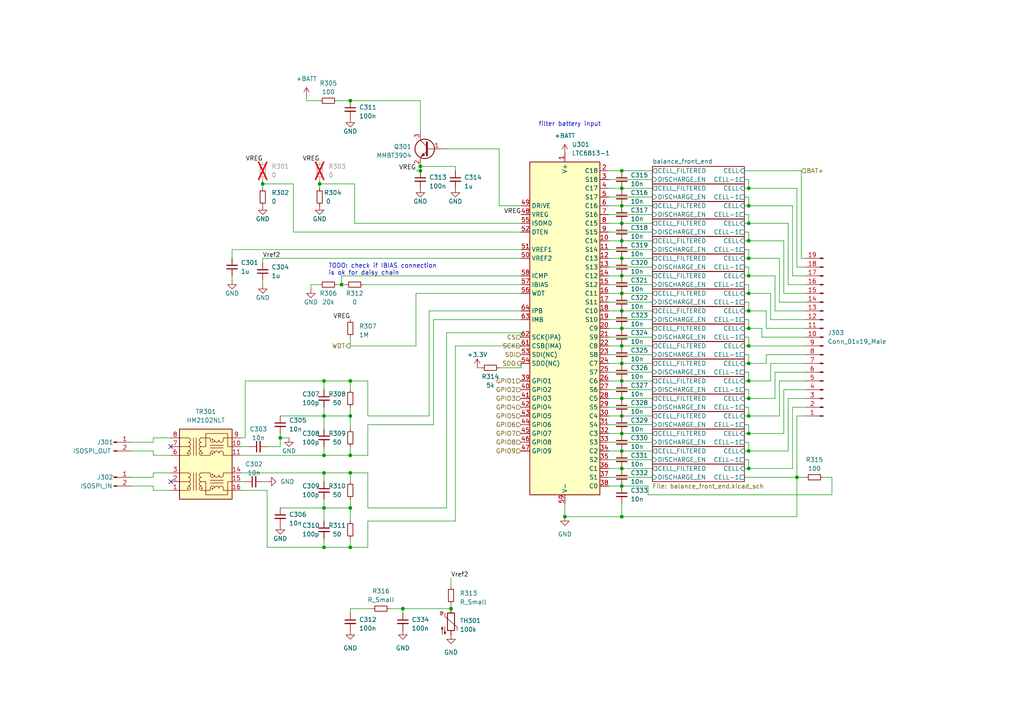
<source format=kicad_sch>
(kicad_sch (version 20230121) (generator eeschema)
  (paper "A4")
  (lib_symbols
    (symbol "+BATT_1" (power) (pin_names (offset 0))
      (property "Value" "+BATT_1" (at 0 3.556 0))
      (symbol "+BATT_1_1_1"
        (pin power_in line (at 0 0 90) (length 0) hide (name "+BATT") (number "1"))
      )
    )
    (symbol "Connector:Conn_01x02_Pin" (pin_names (offset 1.016) hide)
      (property "Reference" "J" (at 0 2.54 0))
      (property "Value" "Conn_01x02_Pin" (at 0 -5.08 0))
      (symbol "Conn_01x02_Pin_1_1"
        (pin passive line (at 5.08 0 180) (length 3.81) (name "Pin_1") (number "1"))
        (pin passive line (at 5.08 -2.54 180) (length 3.81) (name "Pin_2") (number "2"))
      )
    )
    (symbol "Connector:Conn_01x19_Male" (pin_names (offset 1.016) hide)
      (property "Reference" "J" (at 0 25.4 0))
      (property "Value" "Conn_01x19_Male" (at 0 -25.4 0))
      (symbol "Conn_01x19_Male_1_1"
        (pin passive line (at 5.08 22.86 180) (length 3.81) (name "Pin_1") (number "1"))
        (pin passive line (at 5.08 0 180) (length 3.81) (name "Pin_10") (number "10"))
        (pin passive line (at 5.08 -2.54 180) (length 3.81) (name "Pin_11") (number "11"))
        (pin passive line (at 5.08 -5.08 180) (length 3.81) (name "Pin_12") (number "12"))
        (pin passive line (at 5.08 -7.62 180) (length 3.81) (name "Pin_13") (number "13"))
        (pin passive line (at 5.08 -10.16 180) (length 3.81) (name "Pin_14") (number "14"))
        (pin passive line (at 5.08 -12.7 180) (length 3.81) (name "Pin_15") (number "15"))
        (pin passive line (at 5.08 -15.24 180) (length 3.81) (name "Pin_16") (number "16"))
        (pin passive line (at 5.08 -17.78 180) (length 3.81) (name "Pin_17") (number "17"))
        (pin passive line (at 5.08 -20.32 180) (length 3.81) (name "Pin_18") (number "18"))
        (pin passive line (at 5.08 -22.86 180) (length 3.81) (name "Pin_19") (number "19"))
        (pin passive line (at 5.08 20.32 180) (length 3.81) (name "Pin_2") (number "2"))
        (pin passive line (at 5.08 17.78 180) (length 3.81) (name "Pin_3") (number "3"))
        (pin passive line (at 5.08 15.24 180) (length 3.81) (name "Pin_4") (number "4"))
        (pin passive line (at 5.08 12.7 180) (length 3.81) (name "Pin_5") (number "5"))
        (pin passive line (at 5.08 10.16 180) (length 3.81) (name "Pin_6") (number "6"))
        (pin passive line (at 5.08 7.62 180) (length 3.81) (name "Pin_7") (number "7"))
        (pin passive line (at 5.08 5.08 180) (length 3.81) (name "Pin_8") (number "8"))
        (pin passive line (at 5.08 2.54 180) (length 3.81) (name "Pin_9") (number "9"))
      )
    )
    (symbol "Device:C_Small" (pin_numbers hide) (pin_names (offset 0.254) hide)
      (property "Reference" "C" (at 0.254 1.778 0))
      (property "Value" "C_Small" (at 0.254 -2.032 0))
      (symbol "C_Small_1_1"
        (pin passive line (at 0 2.54 270) (length 2.032) (name "~") (number "1"))
        (pin passive line (at 0 -2.54 90) (length 2.032) (name "~") (number "2"))
      )
    )
    (symbol "Device:R_Small" (pin_numbers hide) (pin_names (offset 0.254) hide)
      (property "Reference" "R" (at 0.762 0.508 0))
      (property "Value" "R_Small" (at 0.762 -1.016 0))
      (symbol "R_Small_1_1"
        (pin passive line (at 0 2.54 270) (length 0.762) (name "~") (number "1"))
        (pin passive line (at 0 -2.54 90) (length 0.762) (name "~") (number "2"))
      )
    )
    (symbol "Device:Thermistor_NTC" (pin_numbers hide) (pin_names (offset 0))
      (property "Reference" "TH" (at -4.445 0 90))
      (property "Value" "Thermistor_NTC" (at 3.175 0 90))
      (symbol "Thermistor_NTC_1_1"
        (pin passive line (at 0 3.81 270) (length 1.27) (name "~") (number "1"))
        (pin passive line (at 0 -3.81 90) (length 1.27) (name "~") (number "2"))
      )
    )
    (symbol "GND_1" (power) (pin_names (offset 0))
      (property "Value" "GND_1" (at 0 -3.81 0))
      (symbol "GND_1_1_1"
        (pin power_in line (at 0 0 270) (length 0) hide (name "GND") (number "1"))
      )
    )
    (symbol "GND_2" (power) (pin_names (offset 0))
      (property "Value" "GND_2" (at 0 -3.81 0))
      (symbol "GND_2_1_1"
        (pin power_in line (at 0 0 270) (length 0) hide (name "GND") (number "1"))
      )
    )
    (symbol "GND_3" (power) (pin_names (offset 0))
      (property "Value" "GND_3" (at 0 -3.81 0))
      (symbol "GND_3_1_1"
        (pin power_in line (at 0 0 270) (length 0) hide (name "GND") (number "1"))
      )
    )
    (symbol "Transistor_BJT:MMBT3904" (pin_names (offset 0) hide)
      (property "Reference" "Q" (at 5.08 1.905 0))
      (property "Value" "MMBT3904" (at 5.08 0 0))
      (symbol "MMBT3904_1_1"
        (pin input line (at -5.08 0 0) (length 5.715) (name "B") (number "1"))
        (pin passive line (at 2.54 -5.08 90) (length 2.54) (name "E") (number "2"))
        (pin passive line (at 2.54 5.08 270) (length 2.54) (name "C") (number "3"))
      )
    )
    (symbol "power:+3.3V" (power) (pin_names (offset 0))
      (property "Value" "+3.3V" (at 0 3.556 0))
      (symbol "+3.3V_1_1"
        (pin power_in line (at 0 0 90) (length 0) hide (name "+3.3V") (number "1"))
      )
    )
    (symbol "power:+BATT" (power) (pin_names (offset 0))
      (property "Value" "+BATT" (at 0 3.556 0))
      (symbol "+BATT_1_1"
        (pin power_in line (at 0 0 90) (length 0) hide (name "+BATT") (number "1"))
      )
    )
    (symbol "power:GND" (power) (pin_names (offset 0))
      (property "Value" "GND" (at 0 -3.81 0))
      (symbol "GND_1_1"
        (pin power_in line (at 0 0 270) (length 0) hide (name "GND") (number "1"))
      )
    )
    (symbol "vesc-bms:HM2102NLT" (pin_names hide)
      (property "Reference" "TR" (at 0 10.795 0))
      (property "Value" "HM2102NLT" (at 0 -10.795 0))
      (symbol "HM2102NLT_1_1"
        (pin passive line (at -10.16 -7.62 0) (length 2.54) (name "TD+") (number "1"))
        (pin passive line (at 10.16 5.08 180) (length 2.54) (name "C_RX") (number "10"))
        (pin passive line (at 10.16 2.54 180) (length 2.54) (name "RX+") (number "11"))
        (pin passive line (at 10.16 -2.54 180) (length 2.54) (name "TX-") (number "14"))
        (pin passive line (at 10.16 -5.08 180) (length 2.54) (name "C_TX") (number "15"))
        (pin passive line (at 10.16 -7.62 180) (length 2.54) (name "TX+") (number "16"))
        (pin passive line (at -10.16 -5.08 0) (length 2.54) (name "C_TD") (number "2"))
        (pin passive line (at -10.16 -2.54 0) (length 2.54) (name "TD-") (number "3"))
        (pin passive line (at -10.16 2.54 0) (length 2.54) (name "RD+") (number "6"))
        (pin passive line (at -10.16 5.08 0) (length 2.54) (name "C_RD") (number "7"))
        (pin passive line (at -10.16 7.62 0) (length 2.54) (name "RD-") (number "8"))
        (pin passive line (at 10.16 7.62 180) (length 2.54) (name "RX-") (number "9"))
      )
    )
    (symbol "vesc-bms:LTC6813-1"
      (property "Reference" "U" (at 0 15.24 0))
      (property "Value" "LTC6813-1" (at 0 15.24 0))
      (symbol "LTC6813-1_1_1"
        (pin power_in line (at 0 50.8 270) (length 2.54) (name "V+") (number "1"))
        (pin input line (at 12.7 25.4 180) (length 2.54) (name "C14") (number "10"))
        (pin bidirectional line (at 12.7 22.86 180) (length 2.54) (name "S14") (number "11"))
        (pin input line (at 12.7 20.32 180) (length 2.54) (name "C13") (number "12"))
        (pin bidirectional line (at 12.7 17.78 180) (length 2.54) (name "S13") (number "13"))
        (pin input line (at 12.7 15.24 180) (length 2.54) (name "C12") (number "14"))
        (pin bidirectional line (at 12.7 12.7 180) (length 2.54) (name "S12") (number "15"))
        (pin input line (at 12.7 10.16 180) (length 2.54) (name "C11") (number "16"))
        (pin bidirectional line (at 12.7 7.62 180) (length 2.54) (name "S11") (number "17"))
        (pin input line (at 12.7 5.08 180) (length 2.54) (name "C10") (number "18"))
        (pin bidirectional line (at 12.7 2.54 180) (length 2.54) (name "S10") (number "19"))
        (pin input line (at 12.7 45.72 180) (length 2.54) (name "C18") (number "2"))
        (pin input line (at 12.7 0 180) (length 2.54) (name "C9") (number "20"))
        (pin bidirectional line (at 12.7 -2.54 180) (length 2.54) (name "S9") (number "21"))
        (pin input line (at 12.7 -5.08 180) (length 2.54) (name "C8") (number "22"))
        (pin bidirectional line (at 12.7 -7.62 180) (length 2.54) (name "S8") (number "23"))
        (pin input line (at 12.7 -10.16 180) (length 2.54) (name "C7") (number "24"))
        (pin bidirectional line (at 12.7 -12.7 180) (length 2.54) (name "S7") (number "25"))
        (pin input line (at 12.7 -15.24 180) (length 2.54) (name "C6") (number "26"))
        (pin bidirectional line (at 12.7 -17.78 180) (length 2.54) (name "S6") (number "27"))
        (pin input line (at 12.7 -20.32 180) (length 2.54) (name "C5") (number "28"))
        (pin bidirectional line (at 12.7 -22.86 180) (length 2.54) (name "S5") (number "29"))
        (pin bidirectional line (at 12.7 43.18 180) (length 2.54) (name "S18") (number "3"))
        (pin input line (at 12.7 -25.4 180) (length 2.54) (name "C4") (number "30"))
        (pin bidirectional line (at 12.7 -27.94 180) (length 2.54) (name "S4") (number "31"))
        (pin input line (at 12.7 -30.48 180) (length 2.54) (name "C3") (number "32"))
        (pin bidirectional line (at 12.7 -33.02 180) (length 2.54) (name "S3") (number "33"))
        (pin input line (at 12.7 -35.56 180) (length 2.54) (name "C2") (number "34"))
        (pin bidirectional line (at 12.7 -38.1 180) (length 2.54) (name "S2") (number "35"))
        (pin input line (at 12.7 -40.64 180) (length 2.54) (name "C1") (number "36"))
        (pin bidirectional line (at 12.7 -43.18 180) (length 2.54) (name "S1") (number "37"))
        (pin input line (at 12.7 -45.72 180) (length 2.54) (name "C0") (number "38"))
        (pin bidirectional line (at -12.7 -15.24 0) (length 2.54) (name "GPIO1") (number "39"))
        (pin input line (at 12.7 40.64 180) (length 2.54) (name "C17") (number "4"))
        (pin bidirectional line (at -12.7 -17.78 0) (length 2.54) (name "GPIO2") (number "40"))
        (pin bidirectional line (at -12.7 -20.32 0) (length 2.54) (name "GPIO3") (number "41"))
        (pin bidirectional line (at -12.7 -22.86 0) (length 2.54) (name "GPIO4") (number "42"))
        (pin bidirectional line (at -12.7 -25.4 0) (length 2.54) (name "GPIO5") (number "43"))
        (pin bidirectional line (at -12.7 -27.94 0) (length 2.54) (name "GPIO6") (number "44"))
        (pin bidirectional line (at -12.7 -30.48 0) (length 2.54) (name "GPIO7") (number "45"))
        (pin bidirectional line (at -12.7 -33.02 0) (length 2.54) (name "GPIO8") (number "46"))
        (pin bidirectional line (at -12.7 -35.56 0) (length 2.54) (name "GPIO9") (number "47"))
        (pin input line (at -12.7 33.02 0) (length 2.54) (name "VREG") (number "48"))
        (pin output line (at -12.7 35.56 0) (length 2.54) (name "DRIVE") (number "49"))
        (pin bidirectional line (at 12.7 38.1 180) (length 2.54) (name "S17") (number "5"))
        (pin output line (at -12.7 20.32 0) (length 2.54) (name "VREF2") (number "50"))
        (pin output line (at -12.7 22.86 0) (length 2.54) (name "VREF1") (number "51"))
        (pin input line (at -12.7 27.94 0) (length 2.54) (name "DTEN") (number "52"))
        (pin input line (at -12.7 -7.62 0) (length 2.54) (name "SDI(NC)") (number "53"))
        (pin open_collector line (at -12.7 -10.16 0) (length 2.54) (name "SDO(NC)") (number "54"))
        (pin input line (at -12.7 30.48 0) (length 2.54) (name "ISOMD") (number "55"))
        (pin output line (at -12.7 10.16 0) (length 2.54) (name "WDT") (number "56"))
        (pin passive line (at -12.7 12.7 0) (length 2.54) (name "IBIAS") (number "57"))
        (pin passive line (at -12.7 15.24 0) (length 2.54) (name "ICMP") (number "58"))
        (pin passive line (at 0 -50.8 90) (length 2.54) (name "V-") (number "59"))
        (pin input line (at 12.7 35.56 180) (length 2.54) (name "C16") (number "6"))
        (pin passive line (at 0 -50.8 90) (length 2.54) hide (name "V-") (number "60"))
        (pin bidirectional line (at -12.7 -5.08 0) (length 2.54) (name "CSB(IMA)") (number "61"))
        (pin bidirectional line (at -12.7 -2.54 0) (length 2.54) (name "SCK(IPA)") (number "62"))
        (pin bidirectional line (at -12.7 2.54 0) (length 2.54) (name "IMB") (number "63"))
        (pin bidirectional line (at -12.7 5.08 0) (length 2.54) (name "IPB") (number "64"))
        (pin bidirectional line (at 12.7 33.02 180) (length 2.54) (name "S16") (number "7"))
        (pin input line (at 12.7 30.48 180) (length 2.54) (name "C15") (number "8"))
        (pin bidirectional line (at 12.7 27.94 180) (length 2.54) (name "S15") (number "9"))
      )
    )
  )
  (junction (at 180.34 54.61))
  (junction (at 93.98 132.08))
  (junction (at 180.34 49.53))
  (junction (at 180.34 59.69))
  (junction (at 93.98 158.75))
  (junction (at 180.34 125.73))
  (junction (at 231.14 138.43))
  (junction (at 130.81 176.53))
  (junction (at 180.34 115.57))
  (junction (at 217.17 69.85))
  (junction (at 180.34 105.41))
  (junction (at 180.34 130.81))
  (junction (at 101.6 110.49))
  (junction (at 217.17 90.17))
  (junction (at 180.34 110.49))
  (junction (at 180.34 90.17))
  (junction (at 101.6 137.16))
  (junction (at 217.17 110.49))
  (junction (at 217.17 74.93))
  (junction (at 217.17 120.65))
  (junction (at 99.06 82.55))
  (junction (at 101.6 158.75))
  (junction (at 217.17 100.33))
  (junction (at 101.6 120.65))
  (junction (at 180.34 95.25))
  (junction (at 217.17 85.09))
  (junction (at 217.17 80.01))
  (junction (at 180.34 80.01))
  (junction (at 180.34 120.65))
  (junction (at 217.17 64.77))
  (junction (at 93.98 137.16))
  (junction (at 217.17 135.89))
  (junction (at 180.34 85.09))
  (junction (at 101.6 132.08))
  (junction (at 101.6 29.21))
  (junction (at 121.92 49.53))
  (junction (at 217.17 105.41))
  (junction (at 217.17 54.61))
  (junction (at 76.2 53.34))
  (junction (at 93.98 120.65))
  (junction (at 217.17 115.57))
  (junction (at 121.92 48.26))
  (junction (at 180.34 140.97))
  (junction (at 101.6 147.32))
  (junction (at 93.98 110.49))
  (junction (at 116.84 176.53))
  (junction (at 163.83 149.86))
  (junction (at 180.34 135.89))
  (junction (at 217.17 59.69))
  (junction (at 81.28 127))
  (junction (at 217.17 95.25))
  (junction (at 180.34 149.86))
  (junction (at 93.98 147.32))
  (junction (at 217.17 130.81))
  (junction (at 217.17 125.73))
  (junction (at 92.71 53.34))
  (junction (at 180.34 64.77))
  (junction (at 180.34 69.85))
  (junction (at 180.34 100.33))
  (junction (at 180.34 74.93))
  (no_connect (at 49.53 139.7))
  (no_connect (at 49.53 129.54))
  (wire (pts (xy 224.79 80.01) (xy 224.79 90.17)))
  (wire (pts (xy 228.6 115.57) (xy 233.68 115.57)))
  (wire (pts (xy 176.53 67.31) (xy 189.23 67.31)))
  (wire (pts (xy 101.6 132.08) (xy 106.68 132.08)))
  (wire (pts (xy 99.06 82.55) (xy 100.33 82.55)))
  (wire (pts (xy 215.9 54.61) (xy 217.17 54.61)))
  (wire (pts (xy 217.17 57.15) (xy 217.17 59.69)))
  (wire (pts (xy 101.6 110.49) (xy 106.68 110.49)))
  (wire (pts (xy 215.9 49.53) (xy 232.41 49.53)))
  (wire (pts (xy 217.17 64.77) (xy 215.9 64.77)))
  (wire (pts (xy 93.98 147.32) (xy 101.6 147.32)))
  (wire (pts (xy 81.28 120.65) (xy 93.98 120.65)))
  (wire (pts (xy 101.6 118.11) (xy 101.6 120.65)))
  (wire (pts (xy 44.45 142.24) (xy 49.53 142.24)))
  (wire (pts (xy 176.53 49.53) (xy 180.34 49.53)))
  (wire (pts (xy 81.28 127) (xy 81.28 129.54)))
  (wire (pts (xy 187.96 143.51) (xy 187.96 140.97)))
  (wire (pts (xy 129.54 43.18) (xy 144.78 43.18)))
  (wire (pts (xy 130.81 175.26) (xy 130.81 176.53)))
  (wire (pts (xy 44.45 130.81) (xy 44.45 132.08)))
  (wire (pts (xy 215.9 87.63) (xy 217.17 87.63)))
  (wire (pts (xy 116.84 177.8) (xy 116.84 176.53)))
  (wire (pts (xy 229.87 135.89) (xy 229.87 118.11)))
  (wire (pts (xy 71.12 110.49) (xy 93.98 110.49)))
  (wire (pts (xy 180.34 69.85) (xy 189.23 69.85)))
  (wire (pts (xy 217.17 125.73) (xy 215.9 125.73)))
  (wire (pts (xy 85.09 53.34) (xy 76.2 53.34)))
  (wire (pts (xy 224.79 90.17) (xy 233.68 90.17)))
  (wire (pts (xy 106.68 120.65) (xy 124.46 120.65)))
  (wire (pts (xy 180.34 80.01) (xy 189.23 80.01)))
  (wire (pts (xy 217.17 69.85) (xy 227.33 69.85)))
  (wire (pts (xy 44.45 138.43) (xy 44.45 137.16)))
  (wire (pts (xy 180.34 125.73) (xy 189.23 125.73)))
  (wire (pts (xy 93.98 110.49) (xy 101.6 110.49)))
  (wire (pts (xy 125.73 92.71) (xy 151.13 92.71)))
  (wire (pts (xy 215.9 52.07) (xy 217.17 52.07)))
  (wire (pts (xy 217.17 80.01) (xy 215.9 80.01)))
  (wire (pts (xy 227.33 125.73) (xy 227.33 113.03)))
  (wire (pts (xy 44.45 140.97) (xy 44.45 142.24)))
  (wire (pts (xy 124.46 120.65) (xy 124.46 90.17)))
  (wire (pts (xy 217.17 95.25) (xy 220.98 95.25)))
  (wire (pts (xy 176.53 95.25) (xy 180.34 95.25)))
  (wire (pts (xy 130.81 167.64) (xy 130.81 170.18)))
  (wire (pts (xy 101.6 129.54) (xy 101.6 132.08)))
  (wire (pts (xy 241.3 138.43) (xy 241.3 143.51)))
  (wire (pts (xy 77.47 129.54) (xy 81.28 129.54)))
  (wire (pts (xy 132.08 49.53) (xy 132.08 48.26)))
  (wire (pts (xy 176.53 133.35) (xy 189.23 133.35)))
  (wire (pts (xy 85.09 67.31) (xy 151.13 67.31)))
  (wire (pts (xy 176.53 120.65) (xy 180.34 120.65)))
  (wire (pts (xy 180.34 110.49) (xy 189.23 110.49)))
  (wire (pts (xy 231.14 149.86) (xy 180.34 149.86)))
  (wire (pts (xy 176.53 92.71) (xy 189.23 92.71)))
  (wire (pts (xy 125.73 123.19) (xy 106.68 123.19)))
  (wire (pts (xy 69.85 137.16) (xy 93.98 137.16)))
  (wire (pts (xy 101.6 158.75) (xy 106.68 158.75)))
  (wire (pts (xy 120.65 100.33) (xy 101.6 100.33)))
  (wire (pts (xy 176.53 140.97) (xy 180.34 140.97)))
  (wire (pts (xy 217.17 90.17) (xy 222.25 90.17)))
  (wire (pts (xy 215.9 123.19) (xy 217.17 123.19)))
  (wire (pts (xy 217.17 110.49) (xy 215.9 110.49)))
  (wire (pts (xy 97.79 29.21) (xy 101.6 29.21)))
  (wire (pts (xy 176.53 54.61) (xy 180.34 54.61)))
  (wire (pts (xy 217.17 52.07) (xy 217.17 54.61)))
  (wire (pts (xy 180.34 95.25) (xy 189.23 95.25)))
  (wire (pts (xy 226.06 120.65) (xy 226.06 110.49)))
  (wire (pts (xy 217.17 128.27) (xy 217.17 130.81)))
  (wire (pts (xy 124.46 90.17) (xy 151.13 90.17)))
  (wire (pts (xy 226.06 110.49) (xy 233.68 110.49)))
  (wire (pts (xy 217.17 135.89) (xy 229.87 135.89)))
  (wire (pts (xy 176.53 59.69) (xy 180.34 59.69)))
  (wire (pts (xy 69.85 129.54) (xy 72.39 129.54)))
  (wire (pts (xy 151.13 105.41) (xy 151.13 106.68)))
  (wire (pts (xy 76.2 74.93) (xy 151.13 74.93)))
  (wire (pts (xy 93.98 156.21) (xy 93.98 158.75)))
  (wire (pts (xy 120.65 49.53) (xy 121.92 49.53)))
  (wire (pts (xy 93.98 137.16) (xy 101.6 137.16)))
  (wire (pts (xy 217.17 100.33) (xy 233.68 100.33)))
  (wire (pts (xy 187.96 143.51) (xy 241.3 143.51)))
  (wire (pts (xy 217.17 64.77) (xy 228.6 64.77)))
  (wire (pts (xy 215.9 115.57) (xy 217.17 115.57)))
  (wire (pts (xy 217.17 97.79) (xy 217.17 100.33)))
  (wire (pts (xy 101.6 144.78) (xy 101.6 147.32)))
  (wire (pts (xy 217.17 85.09) (xy 223.52 85.09)))
  (wire (pts (xy 106.68 151.13) (xy 132.08 151.13)))
  (wire (pts (xy 180.34 105.41) (xy 189.23 105.41)))
  (wire (pts (xy 101.6 176.53) (xy 107.95 176.53)))
  (wire (pts (xy 176.53 85.09) (xy 180.34 85.09)))
  (wire (pts (xy 217.17 74.93) (xy 215.9 74.93)))
  (wire (pts (xy 176.53 62.23) (xy 189.23 62.23)))
  (wire (pts (xy 215.9 133.35) (xy 217.17 133.35)))
  (wire (pts (xy 176.53 74.93) (xy 180.34 74.93)))
  (wire (pts (xy 138.43 106.68) (xy 139.7 106.68)))
  (wire (pts (xy 217.17 80.01) (xy 224.79 80.01)))
  (wire (pts (xy 238.76 138.43) (xy 241.3 138.43)))
  (wire (pts (xy 49.53 127) (xy 44.45 127)))
  (wire (pts (xy 217.17 59.69) (xy 229.87 59.69)))
  (wire (pts (xy 229.87 118.11) (xy 233.68 118.11)))
  (wire (pts (xy 217.17 135.89) (xy 215.9 135.89)))
  (wire (pts (xy 90.17 82.55) (xy 92.71 82.55)))
  (wire (pts (xy 101.6 137.16) (xy 106.68 137.16)))
  (wire (pts (xy 76.2 139.7) (xy 77.47 139.7)))
  (wire (pts (xy 215.9 62.23) (xy 217.17 62.23)))
  (wire (pts (xy 217.17 54.61) (xy 231.14 54.61)))
  (wire (pts (xy 215.9 128.27) (xy 217.17 128.27)))
  (wire (pts (xy 180.34 146.05) (xy 180.34 149.86)))
  (wire (pts (xy 113.03 176.53) (xy 116.84 176.53)))
  (wire (pts (xy 102.87 64.77) (xy 151.13 64.77)))
  (wire (pts (xy 151.13 100.33) (xy 132.08 100.33)))
  (wire (pts (xy 132.08 100.33) (xy 132.08 151.13)))
  (wire (pts (xy 129.54 96.52) (xy 151.13 96.52)))
  (wire (pts (xy 215.9 102.87) (xy 217.17 102.87)))
  (wire (pts (xy 121.92 29.21) (xy 121.92 38.1)))
  (wire (pts (xy 176.53 82.55) (xy 189.23 82.55)))
  (wire (pts (xy 44.45 137.16) (xy 49.53 137.16)))
  (wire (pts (xy 180.34 74.93) (xy 189.23 74.93)))
  (wire (pts (xy 231.14 77.47) (xy 233.68 77.47)))
  (wire (pts (xy 215.9 118.11) (xy 217.17 118.11)))
  (wire (pts (xy 217.17 102.87) (xy 217.17 105.41)))
  (wire (pts (xy 176.53 80.01) (xy 180.34 80.01)))
  (wire (pts (xy 180.34 115.57) (xy 189.23 115.57)))
  (wire (pts (xy 224.79 107.95) (xy 233.68 107.95)))
  (wire (pts (xy 69.85 132.08) (xy 93.98 132.08)))
  (wire (pts (xy 228.6 130.81) (xy 228.6 115.57)))
  (wire (pts (xy 226.06 87.63) (xy 233.68 87.63)))
  (wire (pts (xy 38.1 130.81) (xy 44.45 130.81)))
  (wire (pts (xy 121.92 48.26) (xy 132.08 48.26)))
  (wire (pts (xy 217.17 90.17) (xy 215.9 90.17)))
  (wire (pts (xy 38.1 138.43) (xy 44.45 138.43)))
  (wire (pts (xy 101.6 156.21) (xy 101.6 158.75)))
  (wire (pts (xy 217.17 105.41) (xy 215.9 105.41)))
  (wire (pts (xy 81.28 125.73) (xy 81.28 127)))
  (wire (pts (xy 69.85 139.7) (xy 71.12 139.7)))
  (wire (pts (xy 176.53 107.95) (xy 189.23 107.95)))
  (wire (pts (xy 217.17 133.35) (xy 217.17 135.89)))
  (wire (pts (xy 93.98 129.54) (xy 93.98 132.08)))
  (wire (pts (xy 180.34 90.17) (xy 189.23 90.17)))
  (wire (pts (xy 233.68 120.65) (xy 231.14 120.65)))
  (wire (pts (xy 215.9 113.03) (xy 217.17 113.03)))
  (wire (pts (xy 92.71 53.34) (xy 92.71 54.61)))
  (wire (pts (xy 92.71 53.34) (xy 102.87 53.34)))
  (wire (pts (xy 226.06 74.93) (xy 226.06 87.63)))
  (wire (pts (xy 215.9 67.31) (xy 217.17 67.31)))
  (wire (pts (xy 99.06 80.01) (xy 151.13 80.01)))
  (wire (pts (xy 180.34 120.65) (xy 189.23 120.65)))
  (wire (pts (xy 93.98 110.49) (xy 93.98 113.03)))
  (wire (pts (xy 180.34 135.89) (xy 189.23 135.89)))
  (wire (pts (xy 227.33 113.03) (xy 233.68 113.03)))
  (wire (pts (xy 215.9 82.55) (xy 217.17 82.55)))
  (wire (pts (xy 88.9 29.21) (xy 92.71 29.21)))
  (wire (pts (xy 223.52 92.71) (xy 233.68 92.71)))
  (wire (pts (xy 97.79 82.55) (xy 99.06 82.55)))
  (wire (pts (xy 81.28 127) (xy 83.82 127)))
  (wire (pts (xy 176.53 113.03) (xy 189.23 113.03)))
  (wire (pts (xy 217.17 74.93) (xy 226.06 74.93)))
  (wire (pts (xy 81.28 147.32) (xy 93.98 147.32)))
  (wire (pts (xy 180.34 130.81) (xy 189.23 130.81)))
  (wire (pts (xy 144.78 106.68) (xy 151.13 106.68)))
  (wire (pts (xy 180.34 64.77) (xy 189.23 64.77)))
  (wire (pts (xy 217.17 107.95) (xy 217.17 110.49)))
  (wire (pts (xy 116.84 176.53) (xy 130.81 176.53)))
  (wire (pts (xy 217.17 100.33) (xy 215.9 100.33)))
  (wire (pts (xy 217.17 62.23) (xy 217.17 64.77)))
  (wire (pts (xy 163.83 149.86) (xy 163.83 146.05)))
  (wire (pts (xy 217.17 77.47) (xy 217.17 80.01)))
  (wire (pts (xy 220.98 97.79) (xy 233.68 97.79)))
  (wire (pts (xy 180.34 59.69) (xy 189.23 59.69)))
  (wire (pts (xy 106.68 147.32) (xy 129.54 147.32)))
  (wire (pts (xy 217.17 69.85) (xy 215.9 69.85)))
  (wire (pts (xy 77.47 142.24) (xy 69.85 142.24)))
  (wire (pts (xy 88.9 27.94) (xy 88.9 29.21)))
  (wire (pts (xy 176.53 105.41) (xy 180.34 105.41)))
  (wire (pts (xy 176.53 102.87) (xy 189.23 102.87)))
  (wire (pts (xy 217.17 130.81) (xy 215.9 130.81)))
  (wire (pts (xy 67.31 81.28) (xy 67.31 80.01)))
  (wire (pts (xy 215.9 107.95) (xy 217.17 107.95)))
  (wire (pts (xy 106.68 123.19) (xy 106.68 132.08)))
  (wire (pts (xy 217.17 87.63) (xy 217.17 90.17)))
  (wire (pts (xy 144.78 43.18) (xy 144.78 59.69)))
  (wire (pts (xy 231.14 138.43) (xy 233.68 138.43)))
  (wire (pts (xy 180.34 149.86) (xy 163.83 149.86)))
  (wire (pts (xy 101.6 120.65) (xy 101.6 124.46)))
  (wire (pts (xy 90.17 82.55) (xy 90.17 83.82)))
  (wire (pts (xy 176.53 110.49) (xy 180.34 110.49)))
  (wire (pts (xy 176.53 64.77) (xy 180.34 64.77)))
  (wire (pts (xy 93.98 158.75) (xy 101.6 158.75)))
  (wire (pts (xy 187.96 140.97) (xy 180.34 140.97)))
  (wire (pts (xy 217.17 92.71) (xy 217.17 95.25)))
  (wire (pts (xy 99.06 82.55) (xy 99.06 80.01)))
  (wire (pts (xy 76.2 76.2) (xy 76.2 74.93)))
  (wire (pts (xy 125.73 123.19) (xy 125.73 92.71)))
  (wire (pts (xy 229.87 59.69) (xy 229.87 80.01)))
  (wire (pts (xy 176.53 90.17) (xy 180.34 90.17)))
  (wire (pts (xy 229.87 80.01) (xy 233.68 80.01)))
  (wire (pts (xy 76.2 53.34) (xy 76.2 52.07)))
  (wire (pts (xy 44.45 132.08) (xy 49.53 132.08)))
  (wire (pts (xy 93.98 147.32) (xy 93.98 151.13)))
  (wire (pts (xy 233.68 74.93) (xy 232.41 74.93)))
  (wire (pts (xy 217.17 125.73) (xy 227.33 125.73)))
  (wire (pts (xy 101.6 100.33) (xy 101.6 97.79)))
  (wire (pts (xy 102.87 53.34) (xy 102.87 64.77)))
  (wire (pts (xy 106.68 151.13) (xy 106.68 158.75)))
  (wire (pts (xy 217.17 120.65) (xy 226.06 120.65)))
  (wire (pts (xy 38.1 140.97) (xy 44.45 140.97)))
  (wire (pts (xy 120.65 85.09) (xy 151.13 85.09)))
  (wire (pts (xy 71.12 110.49) (xy 71.12 127)))
  (wire (pts (xy 44.45 127) (xy 44.45 128.27)))
  (wire (pts (xy 71.12 127) (xy 69.85 127)))
  (wire (pts (xy 231.14 120.65) (xy 231.14 138.43)))
  (wire (pts (xy 176.53 52.07) (xy 189.23 52.07)))
  (wire (pts (xy 101.6 177.8) (xy 101.6 176.53)))
  (wire (pts (xy 176.53 115.57) (xy 180.34 115.57)))
  (wire (pts (xy 223.52 105.41) (xy 233.68 105.41)))
  (wire (pts (xy 223.52 110.49) (xy 223.52 105.41)))
  (wire (pts (xy 144.78 59.69) (xy 151.13 59.69)))
  (wire (pts (xy 93.98 120.65) (xy 101.6 120.65)))
  (wire (pts (xy 227.33 69.85) (xy 227.33 85.09)))
  (wire (pts (xy 180.34 49.53) (xy 189.23 49.53)))
  (wire (pts (xy 176.53 138.43) (xy 189.23 138.43)))
  (wire (pts (xy 220.98 95.25) (xy 220.98 97.79)))
  (wire (pts (xy 180.34 85.09) (xy 189.23 85.09)))
  (wire (pts (xy 215.9 77.47) (xy 217.17 77.47)))
  (wire (pts (xy 217.17 95.25) (xy 215.9 95.25)))
  (wire (pts (xy 176.53 77.47) (xy 189.23 77.47)))
  (wire (pts (xy 231.14 138.43) (xy 231.14 149.86)))
  (wire (pts (xy 227.33 85.09) (xy 233.68 85.09)))
  (wire (pts (xy 101.6 147.32) (xy 101.6 151.13)))
  (wire (pts (xy 217.17 118.11) (xy 217.17 120.65)))
  (wire (pts (xy 101.6 29.21) (xy 121.92 29.21)))
  (wire (pts (xy 223.52 85.09) (xy 223.52 92.71)))
  (wire (pts (xy 176.53 57.15) (xy 189.23 57.15)))
  (wire (pts (xy 217.17 130.81) (xy 228.6 130.81)))
  (wire (pts (xy 176.53 128.27) (xy 189.23 128.27)))
  (wire (pts (xy 93.98 118.11) (xy 93.98 120.65)))
  (wire (pts (xy 176.53 118.11) (xy 189.23 118.11)))
  (wire (pts (xy 93.98 144.78) (xy 93.98 147.32)))
  (wire (pts (xy 217.17 115.57) (xy 224.79 115.57)))
  (wire (pts (xy 176.53 135.89) (xy 180.34 135.89)))
  (wire (pts (xy 151.13 96.52) (xy 151.13 97.79)))
  (wire (pts (xy 105.41 82.55) (xy 151.13 82.55)))
  (wire (pts (xy 176.53 69.85) (xy 180.34 69.85)))
  (wire (pts (xy 232.41 49.53) (xy 232.41 74.93)))
  (wire (pts (xy 224.79 115.57) (xy 224.79 107.95)))
  (wire (pts (xy 120.65 85.09) (xy 120.65 100.33)))
  (wire (pts (xy 217.17 59.69) (xy 215.9 59.69)))
  (wire (pts (xy 217.17 82.55) (xy 217.17 85.09)))
  (wire (pts (xy 217.17 123.19) (xy 217.17 125.73)))
  (wire (pts (xy 215.9 57.15) (xy 217.17 57.15)))
  (wire (pts (xy 217.17 120.65) (xy 215.9 120.65)))
  (wire (pts (xy 67.31 72.39) (xy 67.31 74.93)))
  (wire (pts (xy 121.92 48.26) (xy 121.92 49.53)))
  (wire (pts (xy 176.53 123.19) (xy 189.23 123.19)))
  (wire (pts (xy 93.98 132.08) (xy 101.6 132.08)))
  (wire (pts (xy 222.25 95.25) (xy 233.68 95.25)))
  (wire (pts (xy 217.17 110.49) (xy 223.52 110.49)))
  (wire (pts (xy 101.6 110.49) (xy 101.6 113.03)))
  (wire (pts (xy 222.25 90.17) (xy 222.25 95.25)))
  (wire (pts (xy 176.53 100.33) (xy 180.34 100.33)))
  (wire (pts (xy 176.53 72.39) (xy 189.23 72.39)))
  (wire (pts (xy 106.68 110.49) (xy 106.68 120.65)))
  (wire (pts (xy 217.17 105.41) (xy 222.25 105.41)))
  (wire (pts (xy 44.45 128.27) (xy 38.1 128.27)))
  (wire (pts (xy 215.9 72.39) (xy 217.17 72.39)))
  (wire (pts (xy 228.6 64.77) (xy 228.6 82.55)))
  (wire (pts (xy 101.6 137.16) (xy 101.6 139.7)))
  (wire (pts (xy 67.31 72.39) (xy 151.13 72.39)))
  (wire (pts (xy 215.9 92.71) (xy 217.17 92.71)))
  (wire (pts (xy 222.25 102.87) (xy 233.68 102.87)))
  (wire (pts (xy 215.9 138.43) (xy 231.14 138.43)))
  (wire (pts (xy 106.68 137.16) (xy 106.68 147.32)))
  (wire (pts (xy 176.53 97.79) (xy 189.23 97.79)))
  (wire (pts (xy 180.34 54.61) (xy 189.23 54.61)))
  (wire (pts (xy 85.09 53.34) (xy 85.09 67.31)))
  (wire (pts (xy 180.34 100.33) (xy 189.23 100.33)))
  (wire (pts (xy 176.53 130.81) (xy 180.34 130.81)))
  (wire (pts (xy 129.54 96.52) (xy 129.54 147.32)))
  (wire (pts (xy 76.2 53.34) (xy 76.2 54.61)))
  (wire (pts (xy 76.2 82.55) (xy 76.2 81.28)))
  (wire (pts (xy 231.14 54.61) (xy 231.14 77.47)))
  (wire (pts (xy 77.47 158.75) (xy 93.98 158.75)))
  (wire (pts (xy 93.98 137.16) (xy 93.98 139.7)))
  (wire (pts (xy 217.17 85.09) (xy 215.9 85.09)))
  (wire (pts (xy 217.17 113.03) (xy 217.17 115.57)))
  (wire (pts (xy 217.17 67.31) (xy 217.17 69.85)))
  (wire (pts (xy 176.53 87.63) (xy 189.23 87.63)))
  (wire (pts (xy 93.98 120.65) (xy 93.98 124.46)))
  (wire (pts (xy 217.17 72.39) (xy 217.17 74.93)))
  (wire (pts (xy 92.71 52.07) (xy 92.71 53.34)))
  (wire (pts (xy 77.47 142.24) (xy 77.47 158.75)))
  (wire (pts (xy 228.6 82.55) (xy 233.68 82.55)))
  (wire (pts (xy 215.9 97.79) (xy 217.17 97.79)))
  (wire (pts (xy 176.53 125.73) (xy 180.34 125.73)))
  (wire (pts (xy 222.25 105.41) (xy 222.25 102.87)))
  (text "filter battery input" (at 156.21 36.83 0) (effects (font (size 1.27 1.27)) (justify left bottom)))
  (text "TODO: check if IBIAS connection\nis ok for daisy chain" (at 95.25 80.01 0) (effects (font (size 1.27 1.27)) (justify left bottom)))
  (label "VREG" (at 101.6 92.71 180))
  (label "Vref2" (at 130.81 167.64 0))
  (label "Vref2" (at 76.2 74.93 0))
  (label "VREG" (at 151.13 62.23 180))
  (label "VREG" (at 76.2 46.99 180))
  (label "VREG" (at 92.71 46.99 180))
  (label "VREG" (at 120.65 49.53 180))
  (hierarchical_label "GPIO8" (shape input) (at 151.13 128.27 180))
  (hierarchical_label "GPIO5" (shape input) (at 151.13 120.65 180))
  (hierarchical_label "WDT" (shape output) (at 101.6 100.33 180))
  (hierarchical_label "SDI" (shape input) (at 151.13 102.87 180))
  (hierarchical_label "GPIO6" (shape input) (at 151.13 123.19 180))
  (hierarchical_label "SCK" (shape input) (at 151.13 100.33 180))
  (hierarchical_label "GPIO3" (shape input) (at 151.13 115.57 180))
  (hierarchical_label "GPIO2" (shape input) (at 151.13 113.03 180))
  (hierarchical_label "SDO" (shape output) (at 151.13 105.41 180))
  (hierarchical_label "GPIO9" (shape input) (at 151.13 130.81 180))
  (hierarchical_label "GPIO1" (shape input) (at 151.13 110.49 180))
  (hierarchical_label "BAT+" (shape input) (at 232.41 49.53 0))
  (hierarchical_label "GPIO4" (shape input) (at 151.13 118.11 180))
  (hierarchical_label "GPIO7" (shape input) (at 151.13 125.73 180))
  (hierarchical_label "CS" (shape input) (at 151.13 97.79 180))
  (symbol (lib_id "Device:C_Small") (at 180.34 57.15 0) (unit 1)
    (property "Reference" "C316" (at 182.88 55.8862 0) (effects (justify left)))
    (property "Value" "10n" (at 182.88 58.4262 0) (effects (justify left)))
    (property "Footprint" "Capacitor_SMD:C_0603_1608Metric" (effects hide))
  )
  (symbol (lib_id "Device:C_Small") (at 180.34 97.79 0) (unit 1)
    (property "Reference" "C324" (at 182.88 96.5262 0) (effects (justify left)))
    (property "Value" "10n" (at 182.88 99.0662 0) (effects (justify left)))
    (property "Footprint" "Capacitor_SMD:C_0603_1608Metric" (effects hide))
  )
  (symbol (lib_id "Device:C_Small") (at 76.2 78.74 180) (unit 1)
    (property "Reference" "C304" (at 78.74 77.4635 0) (effects (justify right)))
    (property "Value" "1u" (at 78.74 80.0035 0) (effects (justify right)))
    (property "Footprint" "Capacitor_SMD:C_0603_1608Metric" (effects hide))
  )
  (symbol (lib_id "Device:C_Small") (at 74.93 129.54 90) (unit 1)
    (property "Reference" "C303" (at 74.9363 124.46 90))
    (property "Value" "10n" (at 74.9363 127 90))
    (property "Footprint" "Capacitor_SMD:C_0603_1608Metric" (effects hide))
  )
  (symbol (lib_name "GND_3") (lib_id "power:GND") (at 116.84 182.88 0) (unit 1)
    (property "Reference" "#PWR0319" (effects hide))
    (property "Value" "GND" (at 116.84 187.96 0))
  )
  (symbol (lib_id "Device:R_Small") (at 92.71 49.53 0) (unit 1) (dnp yes)
    (property "Reference" "R303" (at 95.25 48.2599 0) (effects (justify left)))
    (property "Value" "0" (at 95.25 50.7999 0) (effects (justify left)))
  )
  (symbol (lib_id "Device:R_Small") (at 101.6 95.25 0) (unit 1)
    (property "Reference" "R307" (at 104.14 94.615 0) (effects (justify left)))
    (property "Value" "1M" (at 104.14 97.155 0) (effects (justify left)))
  )
  (symbol (lib_id "Device:C_Small") (at 101.6 31.75 0) (unit 1)
    (property "Reference" "C311" (at 104.14 31.1213 0) (effects (justify left)))
    (property "Value" "100n" (at 104.14 33.6613 0) (effects (justify left)))
  )
  (symbol (lib_id "Device:C_Small") (at 180.34 72.39 0) (unit 1)
    (property "Reference" "C319" (at 182.88 71.1262 0) (effects (justify left)))
    (property "Value" "10n" (at 182.88 73.6662 0) (effects (justify left)))
    (property "Footprint" "Capacitor_SMD:C_0603_1608Metric" (effects hide))
  )
  (symbol (lib_id "power:GND") (at 92.71 59.69 0) (unit 1)
    (property "Reference" "#PWR0309" (effects hide))
    (property "Value" "GND" (at 92.71 63.5 0))
  )
  (symbol (lib_id "power:GND") (at 132.08 54.61 0) (unit 1)
    (property "Reference" "#PWR0314" (effects hide))
    (property "Value" "GND" (at 132.08 58.42 0))
  )
  (symbol (lib_id "Device:R_Small") (at 101.6 142.24 180) (unit 1)
    (property "Reference" "R310" (at 97.79 140.97 0))
    (property "Value" "50" (at 97.79 143.51 0))
  )
  (symbol (lib_id "Transistor_BJT:MMBT3904") (at 124.46 43.18 0) (mirror y) (unit 1)
    (property "Reference" "Q301" (at 119.38 42.545 0) (effects (justify left)))
    (property "Value" "MMBT3904" (at 119.38 45.085 0) (effects (justify left)))
    (property "Footprint" "Package_TO_SOT_SMD:SOT-23" (effects hide))
    (property "Datasheet" "https://www.onsemi.com/pub/Collateral/2N3903-D.PDF" (effects hide))
  )
  (symbol (lib_id "Device:C_Small") (at 180.34 102.87 0) (unit 1)
    (property "Reference" "C325" (at 182.88 101.6062 0) (effects (justify left)))
    (property "Value" "10n" (at 182.88 104.1462 0) (effects (justify left)))
    (property "Footprint" "Capacitor_SMD:C_0603_1608Metric" (effects hide))
  )
  (symbol (lib_id "Device:C_Small") (at 180.34 77.47 0) (unit 1)
    (property "Reference" "C320" (at 182.88 76.2062 0) (effects (justify left)))
    (property "Value" "10n" (at 182.88 78.7462 0) (effects (justify left)))
    (property "Footprint" "Capacitor_SMD:C_0603_1608Metric" (effects hide))
  )
  (symbol (lib_id "Device:C_Small") (at 180.34 143.51 0) (unit 1)
    (property "Reference" "C333" (at 182.88 142.2462 0) (effects (justify left)))
    (property "Value" "10n" (at 182.88 144.7862 0) (effects (justify left)))
    (property "Footprint" "Capacitor_SMD:C_0603_1608Metric" (effects hide))
  )
  (symbol (lib_id "power:GND") (at 67.31 81.28 0) (unit 1)
    (property "Reference" "#PWR0301" (effects hide))
    (property "Value" "GND" (at 67.31 85.09 0))
  )
  (symbol (lib_id "Device:C_Small") (at 132.08 52.07 0) (unit 1)
    (property "Reference" "C314" (at 134.62 51.4413 0) (effects (justify left)))
    (property "Value" "1u" (at 134.62 53.9813 0) (effects (justify left)))
  )
  (symbol (lib_id "Device:C_Small") (at 180.34 107.95 0) (unit 1)
    (property "Reference" "C326" (at 182.88 106.6862 0) (effects (justify left)))
    (property "Value" "10n" (at 182.88 109.2262 0) (effects (justify left)))
    (property "Footprint" "Capacitor_SMD:C_0603_1608Metric" (effects hide))
  )
  (symbol (lib_id "Device:R_Small") (at 110.49 176.53 270) (unit 1)
    (property "Reference" "R316" (at 110.49 171.45 90))
    (property "Value" "R_Small" (at 110.49 173.99 90))
  )
  (symbol (lib_id "Device:C_Small") (at 180.34 67.31 0) (unit 1)
    (property "Reference" "C318" (at 182.88 66.0462 0) (effects (justify left)))
    (property "Value" "10n" (at 182.88 68.5862 0) (effects (justify left)))
    (property "Footprint" "Capacitor_SMD:C_0603_1608Metric" (effects hide))
  )
  (symbol (lib_id "Device:R_Small") (at 101.6 153.67 0) (unit 1)
    (property "Reference" "R311" (at 97.79 152.4 0))
    (property "Value" "50" (at 97.79 154.94 0))
  )
  (symbol (lib_id "power:GND") (at 76.2 59.69 0) (unit 1)
    (property "Reference" "#PWR0302" (effects hide))
    (property "Value" "GND" (at 76.2 63.5 0))
  )
  (symbol (lib_id "vesc-bms:LTC6813-1") (at 163.83 95.25 0) (unit 1)
    (property "Reference" "U301" (at 165.8494 41.91 0) (effects (justify left)))
    (property "Value" "LTC6813-1" (at 165.8494 44.45 0) (effects (justify left)))
    (property "Footprint" "Package_QFP:LQFP-64-1EP_10x10mm_P0.5mm_EP5x5mm" (effects hide))
    (property "Datasheet" "https://www.analog.com/media/en/technical-documentation/data-sheets/ltc6813-1.pdf" (effects hide))
    (property "LCSC" "C2979142" (effects hide))
  )
  (symbol (lib_id "vesc-bms:HM2102NLT") (at 59.69 134.62 0) (unit 1)
    (property "Reference" "TR301" (at 59.69 119.38 0))
    (property "Value" "HM2102NLT" (at 59.69 121.92 0))
    (property "Footprint" "Transformer_SMD:Transformer_Ethernet_Bourns_PT61017PEL" (effects hide))
    (property "Datasheet" "https://productfinder.pulseelectronics.com/api/open/product-attachments/datasheet/hm2102nlt" (effects hide))
  )
  (symbol (lib_id "Device:R_Small") (at 130.81 172.72 0) (unit 1)
    (property "Reference" "R313" (at 133.35 172.085 0) (effects (justify left)))
    (property "Value" "R_Small" (at 133.35 174.625 0) (effects (justify left)))
  )
  (symbol (lib_id "Device:C_Small") (at 180.34 87.63 0) (unit 1)
    (property "Reference" "C322" (at 182.88 86.3662 0) (effects (justify left)))
    (property "Value" "10n" (at 182.88 88.9062 0) (effects (justify left)))
    (property "Footprint" "Capacitor_SMD:C_0603_1608Metric" (effects hide))
  )
  (symbol (lib_id "Connector:Conn_01x02_Pin") (at 33.02 138.43 0) (unit 1)
    (property "Reference" "J302" (at 30.48 138.43 0))
    (property "Value" "ISOSPI_IN" (at 27.94 140.97 0))
  )
  (symbol (lib_id "Device:C_Small") (at 180.34 52.07 0) (unit 1)
    (property "Reference" "C315" (at 182.88 50.8062 0) (effects (justify left)))
    (property "Value" "10n" (at 182.88 53.3462 0) (effects (justify left)))
    (property "Footprint" "Capacitor_SMD:C_0603_1608Metric" (effects hide))
  )
  (symbol (lib_name "GND_3") (lib_id "power:GND") (at 101.6 182.88 0) (unit 1)
    (property "Reference" "#PWR0311" (effects hide))
    (property "Value" "GND" (at 101.6 187.96 0))
  )
  (symbol (lib_id "Device:R_Small") (at 236.22 138.43 90) (unit 1)
    (property "Reference" "R315" (at 236.22 133.35 90))
    (property "Value" "100" (at 236.22 135.89 90))
  )
  (symbol (lib_id "power:GND") (at 90.17 83.82 0) (unit 1)
    (property "Reference" "#PWR0308" (effects hide))
    (property "Value" "GND" (at 90.17 87.63 0))
  )
  (symbol (lib_id "power:GND") (at 101.6 34.29 0) (unit 1)
    (property "Reference" "#PWR0310" (effects hide))
    (property "Value" "GND" (at 101.6 38.1 0))
  )
  (symbol (lib_id "Device:C_Small") (at 121.92 52.07 0) (unit 1)
    (property "Reference" "C313" (at 124.46 51.4413 0) (effects (justify left)))
    (property "Value" "100n" (at 124.46 53.9813 0) (effects (justify left)))
  )
  (symbol (lib_id "power:GND") (at 76.2 82.55 0) (unit 1)
    (property "Reference" "#PWR0303" (effects hide))
    (property "Value" "GND" (at 76.2 86.36 0))
  )
  (symbol (lib_id "power:+BATT") (at 163.83 44.45 0) (unit 1)
    (property "Reference" "#PWR0316" (effects hide))
    (property "Value" "+BATT" (at 163.83 39.37 0))
  )
  (symbol (lib_id "power:GND") (at 121.92 54.61 0) (unit 1)
    (property "Reference" "#PWR0312" (effects hide))
    (property "Value" "GND" (at 121.92 58.42 0))
  )
  (symbol (lib_id "Device:C_Small") (at 81.28 149.86 0) (unit 1)
    (property "Reference" "C306" (at 83.82 149.2313 0) (effects (justify left)))
    (property "Value" "10n" (at 83.82 151.7713 0) (effects (justify left)))
    (property "Footprint" "Capacitor_SMD:C_0603_1608Metric" (effects hide))
  )
  (symbol (lib_id "power:GND") (at 81.28 152.4 0) (unit 1)
    (property "Reference" "#PWR0305" (effects hide))
    (property "Value" "GND" (at 81.28 156.21 0))
  )
  (symbol (lib_id "Device:R_Small") (at 95.25 29.21 90) (unit 1)
    (property "Reference" "R305" (at 95.25 24.13 90))
    (property "Value" "100" (at 95.25 26.67 90))
  )
  (symbol (lib_id "Device:R_Small") (at 92.71 57.15 0) (unit 1)
    (property "Reference" "R304" (at 96.52 55.88 0))
    (property "Value" "0" (at 95.25 58.42 0))
  )
  (symbol (lib_id "Device:R_Small") (at 76.2 57.15 0) (unit 1)
    (property "Reference" "R302" (at 78.74 55.8799 0) (effects (justify left)))
    (property "Value" "0" (at 78.74 58.4199 0) (effects (justify left)))
  )
  (symbol (lib_id "Device:C_Small") (at 180.34 123.19 0) (unit 1)
    (property "Reference" "C329" (at 182.88 121.9262 0) (effects (justify left)))
    (property "Value" "10n" (at 182.88 124.4662 0) (effects (justify left)))
    (property "Footprint" "Capacitor_SMD:C_0603_1608Metric" (effects hide))
  )
  (symbol (lib_id "Connector:Conn_01x19_Male") (at 238.76 97.79 180) (unit 1)
    (property "Reference" "J303" (at 240.03 96.5199 0) (effects (justify right)))
    (property "Value" "Conn_01x19_Male" (at 240.03 99.0599 0) (effects (justify right)))
    (property "Footprint" "Connector_Molex:Molex_Micro-Fit_3.0_43045-2000_2x10_P3.00mm_Horizontal" (effects hide))
  )
  (symbol (lib_id "Device:C_Small") (at 67.31 77.47 180) (unit 1)
    (property "Reference" "C301" (at 69.85 76.1935 0) (effects (justify right)))
    (property "Value" "1u" (at 69.85 78.7335 0) (effects (justify right)))
    (property "Footprint" "Capacitor_SMD:C_0603_1608Metric" (effects hide))
  )
  (symbol (lib_id "Device:C_Small") (at 93.98 153.67 0) (unit 1)
    (property "Reference" "C310" (at 87.63 152.4 0) (effects (justify left)))
    (property "Value" "100p" (at 87.63 154.94 0) (effects (justify left)))
    (property "Footprint" "Capacitor_SMD:C_0603_1608Metric" (effects hide))
  )
  (symbol (lib_id "Device:C_Small") (at 180.34 133.35 0) (unit 1)
    (property "Reference" "C331" (at 182.88 132.0862 0) (effects (justify left)))
    (property "Value" "10n" (at 182.88 134.6262 0) (effects (justify left)))
    (property "Footprint" "Capacitor_SMD:C_0603_1608Metric" (effects hide))
  )
  (symbol (lib_id "Device:R_Small") (at 102.87 82.55 270) (unit 1)
    (property "Reference" "R312" (at 102.87 85.09 90))
    (property "Value" "0" (at 102.87 87.63 90))
  )
  (symbol (lib_id "Device:C_Small") (at 180.34 138.43 0) (unit 1)
    (property "Reference" "C332" (at 182.88 137.1662 0) (effects (justify left)))
    (property "Value" "10n" (at 182.88 139.7062 0) (effects (justify left)))
    (property "Footprint" "Capacitor_SMD:C_0603_1608Metric" (effects hide))
  )
  (symbol (lib_id "power:GND") (at 83.82 127 0) (unit 1)
    (property "Reference" "#PWR0306" (effects hide))
    (property "Value" "GND" (at 83.82 130.81 0))
  )
  (symbol (lib_id "Device:C_Small") (at 180.34 92.71 0) (unit 1)
    (property "Reference" "C323" (at 182.88 91.4462 0) (effects (justify left)))
    (property "Value" "10n" (at 182.88 93.9862 0) (effects (justify left)))
    (property "Footprint" "Capacitor_SMD:C_0603_1608Metric" (effects hide))
  )
  (symbol (lib_id "Device:C_Small") (at 180.34 82.55 0) (unit 1)
    (property "Reference" "C321" (at 182.88 81.2862 0) (effects (justify left)))
    (property "Value" "10n" (at 182.88 83.8262 0) (effects (justify left)))
    (property "Footprint" "Capacitor_SMD:C_0603_1608Metric" (effects hide))
  )
  (symbol (lib_id "Device:Thermistor_NTC") (at 130.81 180.34 0) (unit 1)
    (property "Reference" "TH301" (at 133.35 180.0225 0) (effects (justify left)))
    (property "Value" "100k" (at 133.35 182.5625 0) (effects (justify left)))
  )
  (symbol (lib_name "+BATT_1") (lib_id "power:+BATT") (at 88.9 27.94 0) (unit 1)
    (property "Reference" "#PWR0307" (effects hide))
    (property "Value" "+BATT" (at 88.9 22.86 0))
  )
  (symbol (lib_id "Device:C_Small") (at 93.98 115.57 0) (unit 1)
    (property "Reference" "C307" (at 87.63 114.3 0) (effects (justify left)))
    (property "Value" "100p" (at 87.63 116.84 0) (effects (justify left)))
    (property "Footprint" "Capacitor_SMD:C_0603_1608Metric" (effects hide))
  )
  (symbol (lib_id "Device:R_Small") (at 95.25 82.55 90) (unit 1)
    (property "Reference" "R306" (at 95.25 85.09 90))
    (property "Value" "20k" (at 95.25 87.63 90))
  )
  (symbol (lib_id "Device:C_Small") (at 180.34 62.23 0) (unit 1)
    (property "Reference" "C317" (at 182.88 60.9662 0) (effects (justify left)))
    (property "Value" "10n" (at 182.88 63.5062 0) (effects (justify left)))
    (property "Footprint" "Capacitor_SMD:C_0603_1608Metric" (effects hide))
  )
  (symbol (lib_id "Device:C_Small") (at 180.34 118.11 0) (unit 1)
    (property "Reference" "C328" (at 182.88 116.8462 0) (effects (justify left)))
    (property "Value" "10n" (at 182.88 119.3862 0) (effects (justify left)))
    (property "Footprint" "Capacitor_SMD:C_0603_1608Metric" (effects hide))
  )
  (symbol (lib_id "Device:C_Small") (at 73.66 139.7 90) (unit 1)
    (property "Reference" "C302" (at 73.6663 134.62 90))
    (property "Value" "10n" (at 73.6663 137.16 90))
    (property "Footprint" "Capacitor_SMD:C_0603_1608Metric" (effects hide))
  )
  (symbol (lib_id "Device:R_Small") (at 142.24 106.68 90) (unit 1)
    (property "Reference" "R314" (at 142.24 109.22 90))
    (property "Value" "5k" (at 142.24 111.76 90))
  )
  (symbol (lib_id "Device:R_Small") (at 101.6 127 0) (unit 1)
    (property "Reference" "R309" (at 97.79 125.73 0))
    (property "Value" "50" (at 97.79 128.27 0))
  )
  (symbol (lib_id "Device:C_Small") (at 180.34 113.03 0) (unit 1)
    (property "Reference" "C327" (at 182.88 111.7662 0) (effects (justify left)))
    (property "Value" "10n" (at 182.88 114.3062 0) (effects (justify left)))
    (property "Footprint" "Capacitor_SMD:C_0603_1608Metric" (effects hide))
  )
  (symbol (lib_name "GND_1") (lib_id "power:GND") (at 77.47 139.7 90) (unit 1)
    (property "Reference" "#PWR0304" (effects hide))
    (property "Value" "GND" (at 81.28 139.7 90) (effects (justify right)))
  )
  (symbol (lib_id "Device:R_Small") (at 101.6 115.57 180) (unit 1)
    (property "Reference" "R308" (at 97.79 114.3 0))
    (property "Value" "50" (at 97.79 116.84 0))
  )
  (symbol (lib_id "Device:C_Small") (at 81.28 123.19 0) (unit 1)
    (property "Reference" "C305" (at 83.82 121.9262 0) (effects (justify left)))
    (property "Value" "10n" (at 83.82 124.4662 0) (effects (justify left)))
    (property "Footprint" "Capacitor_SMD:C_0603_1608Metric" (effects hide))
  )
  (symbol (lib_id "Device:C_Small") (at 93.98 142.24 0) (unit 1)
    (property "Reference" "C309" (at 87.63 140.97 0) (effects (justify left)))
    (property "Value" "100p" (at 87.63 143.51 0) (effects (justify left)))
    (property "Footprint" "Capacitor_SMD:C_0603_1608Metric" (effects hide))
  )
  (symbol (lib_id "power:GND") (at 163.83 149.86 0) (unit 1)
    (property "Reference" "#PWR0317" (effects hide))
    (property "Value" "GND" (at 163.83 154.94 0))
  )
  (symbol (lib_id "Connector:Conn_01x02_Pin") (at 33.02 128.27 0) (unit 1)
    (property "Reference" "J301" (at 30.48 128.27 0))
    (property "Value" "ISOSPI_OUT" (at 26.67 130.81 0))
  )
  (symbol (lib_id "Device:C_Small") (at 93.98 127 0) (unit 1)
    (property "Reference" "C308" (at 87.63 125.73 0) (effects (justify left)))
    (property "Value" "100p" (at 87.63 128.27 0) (effects (justify left)))
    (property "Footprint" "Capacitor_SMD:C_0603_1608Metric" (effects hide))
  )
  (symbol (lib_id "Device:C_Small") (at 101.6 180.34 0) (unit 1)
    (property "Reference" "C312" (at 104.14 179.7113 0) (effects (justify left)))
    (property "Value" "100n" (at 104.14 182.2513 0) (effects (justify left)))
  )
  (symbol (lib_id "Device:C_Small") (at 116.84 180.34 0) (unit 1)
    (property "Reference" "C334" (at 119.38 179.7113 0) (effects (justify left)))
    (property "Value" "100n" (at 119.38 182.2513 0) (effects (justify left)))
  )
  (symbol (lib_id "power:+3.3V") (at 138.43 106.68 0) (unit 1)
    (property "Reference" "#PWR0315" (effects hide))
    (property "Value" "+3.3V" (at 138.43 102.87 0))
  )
  (symbol (lib_id "Device:R_Small") (at 76.2 49.53 0) (unit 1) (dnp yes)
    (property "Reference" "R301" (at 78.74 48.2599 0) (effects (justify left)))
    (property "Value" "0" (at 78.74 50.7999 0) (effects (justify left)))
  )
  (symbol (lib_id "Device:C_Small") (at 180.34 128.27 0) (unit 1)
    (property "Reference" "C330" (at 182.88 127.0062 0) (effects (justify left)))
    (property "Value" "10n" (at 182.88 129.5462 0) (effects (justify left)))
    (property "Footprint" "Capacitor_SMD:C_0603_1608Metric" (effects hide))
  )
  (symbol (lib_name "GND_2") (lib_id "power:GND") (at 130.81 184.15 0) (unit 1)
    (property "Reference" "#PWR0313" (effects hide))
    (property "Value" "GND" (at 130.81 189.23 0))
  )
  (sheet (at 189.23 58.42) (size 26.67 5.08) (stroke (width 0.1524))
    (property "Sheetname" "balance_front_end2" (effects hide))
    (property "Sheetfile" "balance_front_end.kicad_sch" (effects hide))
    (pin "CELL" input (at 215.9 59.69 0))
    (pin "DISCHARGE_EN" input (at 189.23 62.23 180))
    (pin "CELL_FILTERED" output (at 189.23 59.69 180))
    (pin "CELL-1" passive (at 215.9 62.23 0))
  )
  (sheet (at 189.23 63.5) (size 26.67 5.08) (stroke (width 0.1524))
    (property "Sheetname" "balance_front_end3" (effects hide))
    (property "Sheetfile" "balance_front_end.kicad_sch" (effects hide))
    (pin "CELL" input (at 215.9 64.77 0))
    (pin "DISCHARGE_EN" input (at 189.23 67.31 180))
    (pin "CELL_FILTERED" output (at 189.23 64.77 180))
    (pin "CELL-1" passive (at 215.9 67.31 0))
  )
  (sheet (at 189.23 124.46) (size 26.67 5.08) (stroke (width 0.1524))
    (property "Sheetname" "balance_front_end14" (effects hide))
    (property "Sheetfile" "balance_front_end.kicad_sch" (effects hide))
    (pin "CELL" input (at 215.9 125.73 0))
    (pin "DISCHARGE_EN" input (at 189.23 128.27 180))
    (pin "CELL_FILTERED" output (at 189.23 125.73 180))
    (pin "CELL-1" passive (at 215.9 128.27 0))
  )
  (sheet (at 189.23 93.98) (size 26.67 5.08) (stroke (width 0.1524))
    (property "Sheetname" "balance_front_end7" (effects hide))
    (property "Sheetfile" "balance_front_end.kicad_sch" (effects hide))
    (pin "CELL" input (at 215.9 95.25 0))
    (pin "DISCHARGE_EN" input (at 189.23 97.79 180))
    (pin "CELL_FILTERED" output (at 189.23 95.25 180))
    (pin "CELL-1" passive (at 215.9 97.79 0))
  )
  (sheet (at 189.23 48.26) (size 26.67 5.08) (stroke (width 0.1524))
    (property "Sheetname" "balance_front_end" (at 189.23 47.5484 0) (effects (justify left bottom)))
    (property "Sheetfile" "balance_front_end.kicad_sch" (effects hide))
    (pin "CELL" input (at 215.9 49.53 0))
    (pin "CELL-1" passive (at 215.9 52.07 0))
    (pin "CELL_FILTERED" output (at 189.23 49.53 180))
    (pin "DISCHARGE_EN" input (at 189.23 52.07 180))
  )
  (sheet (at 189.23 109.22) (size 26.67 5.08) (stroke (width 0.1524))
    (property "Sheetname" "balance_front_end8" (effects hide))
    (property "Sheetfile" "balance_front_end.kicad_sch" (effects hide))
    (pin "CELL" input (at 215.9 110.49 0))
    (pin "DISCHARGE_EN" input (at 189.23 113.03 180))
    (pin "CELL_FILTERED" output (at 189.23 110.49 180))
    (pin "CELL-1" passive (at 215.9 113.03 0))
  )
  (sheet (at 189.23 129.54) (size 26.67 5.08) (stroke (width 0.1524))
    (property "Sheetname" "balance_front_end15" (effects hide))
    (property "Sheetfile" "balance_front_end.kicad_sch" (effects hide))
    (pin "CELL" input (at 215.9 130.81 0))
    (pin "DISCHARGE_EN" input (at 189.23 133.35 180))
    (pin "CELL_FILTERED" output (at 189.23 130.81 180))
    (pin "CELL-1" passive (at 215.9 133.35 0))
  )
  (sheet (at 189.23 68.58) (size 26.67 5.08) (stroke (width 0.1524))
    (property "Sheetname" "balance_front_end6" (effects hide))
    (property "Sheetfile" "balance_front_end.kicad_sch" (effects hide))
    (pin "CELL" input (at 215.9 69.85 0))
    (pin "DISCHARGE_EN" input (at 189.23 72.39 180))
    (pin "CELL_FILTERED" output (at 189.23 69.85 180))
    (pin "CELL-1" passive (at 215.9 72.39 0))
  )
  (sheet (at 189.23 104.14) (size 26.67 5.08) (stroke (width 0.1524))
    (property "Sheetname" "balance_front_end12" (effects hide))
    (property "Sheetfile" "balance_front_end.kicad_sch" (effects hide))
    (pin "CELL" input (at 215.9 105.41 0))
    (pin "DISCHARGE_EN" input (at 189.23 107.95 180))
    (pin "CELL_FILTERED" output (at 189.23 105.41 180))
    (pin "CELL-1" passive (at 215.9 107.95 0))
  )
  (sheet (at 189.23 88.9) (size 26.67 5.08) (stroke (width 0.1524))
    (property "Sheetname" "balance_front_end9" (effects hide))
    (property "Sheetfile" "balance_front_end.kicad_sch" (effects hide))
    (pin "CELL" input (at 215.9 90.17 0))
    (pin "DISCHARGE_EN" input (at 189.23 92.71 180))
    (pin "CELL_FILTERED" output (at 189.23 90.17 180))
    (pin "CELL-1" passive (at 215.9 92.71 0))
  )
  (sheet (at 189.23 119.38) (size 26.67 5.08) (stroke (width 0.1524))
    (property "Sheetname" "balance_front_end16" (effects hide))
    (property "Sheetfile" "balance_front_end.kicad_sch" (effects hide))
    (pin "CELL" input (at 215.9 120.65 0))
    (pin "DISCHARGE_EN" input (at 189.23 123.19 180))
    (pin "CELL_FILTERED" output (at 189.23 120.65 180))
    (pin "CELL-1" passive (at 215.9 123.19 0))
  )
  (sheet (at 189.23 53.34) (size 26.67 5.08) (stroke (width 0.1524))
    (property "Sheetname" "balance_front_end1" (effects hide))
    (property "Sheetfile" "balance_front_end.kicad_sch" (effects hide))
    (pin "CELL" input (at 215.9 54.61 0))
    (pin "DISCHARGE_EN" input (at 189.23 57.15 180))
    (pin "CELL_FILTERED" output (at 189.23 54.61 180))
    (pin "CELL-1" passive (at 215.9 57.15 0))
  )
  (sheet (at 189.23 114.3) (size 26.67 5.08) (stroke (width 0.1524))
    (property "Sheetname" "balance_front_end13" (effects hide))
    (property "Sheetfile" "balance_front_end.kicad_sch" (effects hide))
    (pin "CELL" input (at 215.9 115.57 0))
    (pin "DISCHARGE_EN" input (at 189.23 118.11 180))
    (pin "CELL_FILTERED" output (at 189.23 115.57 180))
    (pin "CELL-1" passive (at 215.9 118.11 0))
  )
  (sheet (at 189.23 73.66) (size 26.67 5.08) (stroke (width 0.1524))
    (property "Sheetname" "balance_front_end5" (effects hide))
    (property "Sheetfile" "balance_front_end.kicad_sch" (effects hide))
    (pin "CELL" input (at 215.9 74.93 0))
    (pin "DISCHARGE_EN" input (at 189.23 77.47 180))
    (pin "CELL_FILTERED" output (at 189.23 74.93 180))
    (pin "CELL-1" passive (at 215.9 77.47 0))
  )
  (sheet (at 189.23 83.82) (size 26.67 5.08) (stroke (width 0.1524))
    (property "Sheetname" "balance_front_end10" (effects hide))
    (property "Sheetfile" "balance_front_end.kicad_sch" (effects hide))
    (pin "CELL" input (at 215.9 85.09 0))
    (pin "DISCHARGE_EN" input (at 189.23 87.63 180))
    (pin "CELL_FILTERED" output (at 189.23 85.09 180))
    (pin "CELL-1" passive (at 215.9 87.63 0))
  )
  (sheet (at 189.23 78.74) (size 26.67 5.08) (stroke (width 0.1524))
    (property "Sheetname" "balance_front_end4" (effects hide))
    (property "Sheetfile" "balance_front_end.kicad_sch" (effects hide))
    (pin "CELL" input (at 215.9 80.01 0))
    (pin "DISCHARGE_EN" input (at 189.23 82.55 180))
    (pin "CELL_FILTERED" output (at 189.23 80.01 180))
    (pin "CELL-1" passive (at 215.9 82.55 0))
  )
  (sheet (at 189.23 99.06) (size 26.67 5.08) (stroke (width 0.1524))
    (property "Sheetname" "balance_front_end11" (effects hide))
    (property "Sheetfile" "balance_front_end.kicad_sch" (effects hide))
    (pin "CELL" input (at 215.9 100.33 0))
    (pin "DISCHARGE_EN" input (at 189.23 102.87 180))
    (pin "CELL_FILTERED" output (at 189.23 100.33 180))
    (pin "CELL-1" passive (at 215.9 102.87 0))
  )
  (sheet (at 189.23 134.62) (size 26.67 5.08) (stroke (width 0.1524))
    (property "Sheetname" "balance_front_end17" (effects hide))
    (property "Sheetfile" "balance_front_end.kicad_sch" (at 189.23 140.2846 0) (effects (justify left top)))
    (pin "CELL" input (at 215.9 135.89 0))
    (pin "DISCHARGE_EN" input (at 189.23 138.43 180))
    (pin "CELL_FILTERED" output (at 189.23 135.89 180))
    (pin "CELL-1" passive (at 215.9 138.43 0))
  )
)
</source>
